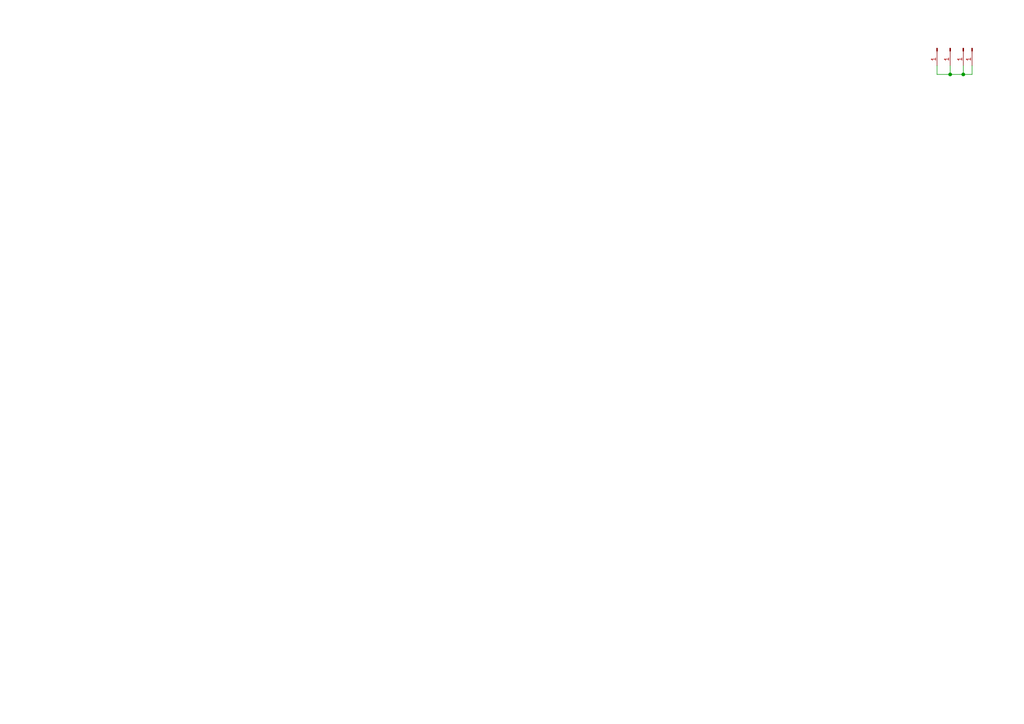
<source format=kicad_sch>
(kicad_sch (version 20231120) (generator "eeschema") (generator_version "8.0")
  (paper "A4")
  (title_block (title "C64 Joykey (Faceplate X)") (rev "A") (comment 3 "And that's by design.") (comment 4 "It's just a piece of PCB that goes on the bottom, there's absolutely nothing to see here."))
  (lib_symbols
    (symbol "Connector:Conn_01x01_Pin" (pin_names (offset 1.016) hide)
      (property "Reference" "J" (at 0 2.54 0))
      (property "Value" "Conn_01x01_Pin" (at 0 -2.54 0))
      (symbol "Conn_01x01_Pin_1_1"
        (polyline (pts (xy 1.27 0) (xy 0.8636 0)) (stroke (width 0.1524)))
        (rectangle (start 0.8636 0.127) (end 0 -0.127) (stroke (width 0.1524)) (fill (type outline)))
        (pin passive line (at 5.08 0 180) (length 3.81) (name "Pin_1") (number "1"))
      )
    )
  )
  (junction (at 279.4 21.59))
  (junction (at 275.59 21.59))
  (wire (pts (xy 281.94 21.59) (xy 281.94 19.05)))
  (wire (pts (xy 271.78 21.59) (xy 275.59 21.59)))
  (wire (pts (xy 271.78 19.05) (xy 271.78 21.59)))
  (wire (pts (xy 279.4 21.59) (xy 281.94 21.59)))
  (wire (pts (xy 279.4 19.05) (xy 279.4 21.59)))
  (wire (pts (xy 275.59 21.59) (xy 279.4 21.59)))
  (wire (pts (xy 275.59 19.05) (xy 275.59 21.59)))
  (symbol (lib_id "Connector:Conn_01x01_Pin") (at 271.78 13.97 270) (unit 1)
    (property "Reference" "M1" (effects (hide yes)))
    (property "Value" "Mounting" (effects (hide yes)))
    (property "Footprint" "mounting:M3_pin" (effects (hide yes)))
    (property "Description" "Generic connector, single row, 01x01, script generated" (effects (hide yes)))
  )
  (symbol (lib_id "Connector:Conn_01x01_Pin") (at 275.59 13.97 270) (unit 1)
    (property "Reference" "M2" (effects (hide yes)))
    (property "Value" "Mounting" (effects (hide yes)))
    (property "Footprint" "mounting:M3_pin" (effects (hide yes)))
    (property "Description" "Generic connector, single row, 01x01, script generated" (effects (hide yes)))
  )
  (symbol (lib_id "Connector:Conn_01x01_Pin") (at 279.4 13.97 270) (unit 1)
    (property "Reference" "M3" (effects (hide yes)))
    (property "Value" "Mounting" (effects (hide yes)))
    (property "Footprint" "mounting:M3_pin" (effects (hide yes)))
    (property "Description" "Generic connector, single row, 01x01, script generated" (effects (hide yes)))
  )
  (symbol (lib_id "Connector:Conn_01x01_Pin") (at 281.94 13.97 270) (unit 1)
    (property "Reference" "M4" (effects (hide yes)))
    (property "Value" "Mounting" (effects (hide yes)))
    (property "Footprint" "mounting:M3_pin" (effects (hide yes)))
    (property "Description" "Generic connector, single row, 01x01, script generated" (effects (hide yes)))
  )
)
</source>
